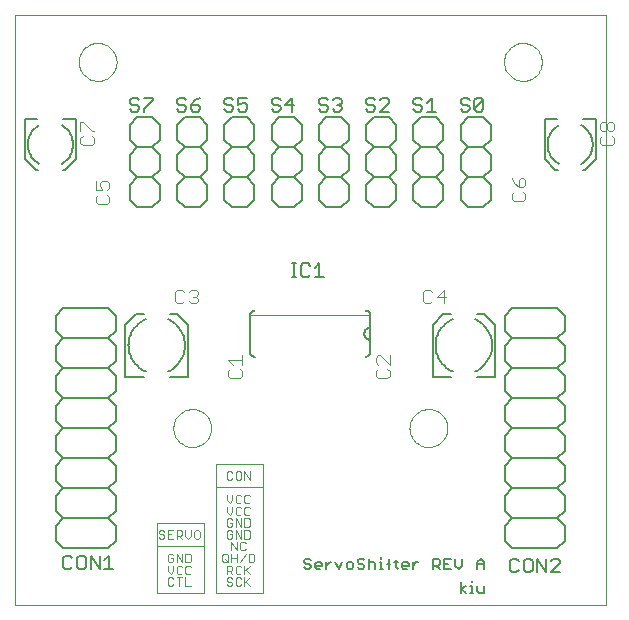
<source format=gto>
G75*
G70*
%OFA0B0*%
%FSLAX24Y24*%
%IPPOS*%
%LPD*%
%AMOC8*
5,1,8,0,0,1.08239X$1,22.5*
%
%ADD10C,0.0000*%
%ADD11C,0.0060*%
%ADD12C,0.0040*%
%ADD13C,0.0039*%
%ADD14C,0.0050*%
%ADD15C,0.0020*%
%ADD16C,0.0080*%
D10*
X000589Y000574D02*
X000589Y020259D01*
X020274Y020259D01*
X020274Y000574D01*
X000589Y000574D01*
X005865Y006479D02*
X005867Y006529D01*
X005873Y006579D01*
X005883Y006628D01*
X005897Y006676D01*
X005914Y006723D01*
X005935Y006768D01*
X005960Y006812D01*
X005988Y006853D01*
X006020Y006892D01*
X006054Y006929D01*
X006091Y006963D01*
X006131Y006993D01*
X006173Y007020D01*
X006217Y007044D01*
X006263Y007065D01*
X006310Y007081D01*
X006358Y007094D01*
X006408Y007103D01*
X006457Y007108D01*
X006508Y007109D01*
X006558Y007106D01*
X006607Y007099D01*
X006656Y007088D01*
X006704Y007073D01*
X006750Y007055D01*
X006795Y007033D01*
X006838Y007007D01*
X006879Y006978D01*
X006918Y006946D01*
X006954Y006911D01*
X006986Y006873D01*
X007016Y006833D01*
X007043Y006790D01*
X007066Y006746D01*
X007085Y006700D01*
X007101Y006652D01*
X007113Y006603D01*
X007121Y006554D01*
X007125Y006504D01*
X007125Y006454D01*
X007121Y006404D01*
X007113Y006355D01*
X007101Y006306D01*
X007085Y006258D01*
X007066Y006212D01*
X007043Y006168D01*
X007016Y006125D01*
X006986Y006085D01*
X006954Y006047D01*
X006918Y006012D01*
X006879Y005980D01*
X006838Y005951D01*
X006795Y005925D01*
X006750Y005903D01*
X006704Y005885D01*
X006656Y005870D01*
X006607Y005859D01*
X006558Y005852D01*
X006508Y005849D01*
X006457Y005850D01*
X006408Y005855D01*
X006358Y005864D01*
X006310Y005877D01*
X006263Y005893D01*
X006217Y005914D01*
X006173Y005938D01*
X006131Y005965D01*
X006091Y005995D01*
X006054Y006029D01*
X006020Y006066D01*
X005988Y006105D01*
X005960Y006146D01*
X005935Y006190D01*
X005914Y006235D01*
X005897Y006282D01*
X005883Y006330D01*
X005873Y006379D01*
X005867Y006429D01*
X005865Y006479D01*
X013739Y006479D02*
X013741Y006529D01*
X013747Y006579D01*
X013757Y006628D01*
X013771Y006676D01*
X013788Y006723D01*
X013809Y006768D01*
X013834Y006812D01*
X013862Y006853D01*
X013894Y006892D01*
X013928Y006929D01*
X013965Y006963D01*
X014005Y006993D01*
X014047Y007020D01*
X014091Y007044D01*
X014137Y007065D01*
X014184Y007081D01*
X014232Y007094D01*
X014282Y007103D01*
X014331Y007108D01*
X014382Y007109D01*
X014432Y007106D01*
X014481Y007099D01*
X014530Y007088D01*
X014578Y007073D01*
X014624Y007055D01*
X014669Y007033D01*
X014712Y007007D01*
X014753Y006978D01*
X014792Y006946D01*
X014828Y006911D01*
X014860Y006873D01*
X014890Y006833D01*
X014917Y006790D01*
X014940Y006746D01*
X014959Y006700D01*
X014975Y006652D01*
X014987Y006603D01*
X014995Y006554D01*
X014999Y006504D01*
X014999Y006454D01*
X014995Y006404D01*
X014987Y006355D01*
X014975Y006306D01*
X014959Y006258D01*
X014940Y006212D01*
X014917Y006168D01*
X014890Y006125D01*
X014860Y006085D01*
X014828Y006047D01*
X014792Y006012D01*
X014753Y005980D01*
X014712Y005951D01*
X014669Y005925D01*
X014624Y005903D01*
X014578Y005885D01*
X014530Y005870D01*
X014481Y005859D01*
X014432Y005852D01*
X014382Y005849D01*
X014331Y005850D01*
X014282Y005855D01*
X014232Y005864D01*
X014184Y005877D01*
X014137Y005893D01*
X014091Y005914D01*
X014047Y005938D01*
X014005Y005965D01*
X013965Y005995D01*
X013928Y006029D01*
X013894Y006066D01*
X013862Y006105D01*
X013834Y006146D01*
X013809Y006190D01*
X013788Y006235D01*
X013771Y006282D01*
X013757Y006330D01*
X013747Y006379D01*
X013741Y006429D01*
X013739Y006479D01*
X016889Y018684D02*
X016891Y018734D01*
X016897Y018784D01*
X016907Y018833D01*
X016921Y018881D01*
X016938Y018928D01*
X016959Y018973D01*
X016984Y019017D01*
X017012Y019058D01*
X017044Y019097D01*
X017078Y019134D01*
X017115Y019168D01*
X017155Y019198D01*
X017197Y019225D01*
X017241Y019249D01*
X017287Y019270D01*
X017334Y019286D01*
X017382Y019299D01*
X017432Y019308D01*
X017481Y019313D01*
X017532Y019314D01*
X017582Y019311D01*
X017631Y019304D01*
X017680Y019293D01*
X017728Y019278D01*
X017774Y019260D01*
X017819Y019238D01*
X017862Y019212D01*
X017903Y019183D01*
X017942Y019151D01*
X017978Y019116D01*
X018010Y019078D01*
X018040Y019038D01*
X018067Y018995D01*
X018090Y018951D01*
X018109Y018905D01*
X018125Y018857D01*
X018137Y018808D01*
X018145Y018759D01*
X018149Y018709D01*
X018149Y018659D01*
X018145Y018609D01*
X018137Y018560D01*
X018125Y018511D01*
X018109Y018463D01*
X018090Y018417D01*
X018067Y018373D01*
X018040Y018330D01*
X018010Y018290D01*
X017978Y018252D01*
X017942Y018217D01*
X017903Y018185D01*
X017862Y018156D01*
X017819Y018130D01*
X017774Y018108D01*
X017728Y018090D01*
X017680Y018075D01*
X017631Y018064D01*
X017582Y018057D01*
X017532Y018054D01*
X017481Y018055D01*
X017432Y018060D01*
X017382Y018069D01*
X017334Y018082D01*
X017287Y018098D01*
X017241Y018119D01*
X017197Y018143D01*
X017155Y018170D01*
X017115Y018200D01*
X017078Y018234D01*
X017044Y018271D01*
X017012Y018310D01*
X016984Y018351D01*
X016959Y018395D01*
X016938Y018440D01*
X016921Y018487D01*
X016907Y018535D01*
X016897Y018584D01*
X016891Y018634D01*
X016889Y018684D01*
X002715Y018684D02*
X002717Y018734D01*
X002723Y018784D01*
X002733Y018833D01*
X002747Y018881D01*
X002764Y018928D01*
X002785Y018973D01*
X002810Y019017D01*
X002838Y019058D01*
X002870Y019097D01*
X002904Y019134D01*
X002941Y019168D01*
X002981Y019198D01*
X003023Y019225D01*
X003067Y019249D01*
X003113Y019270D01*
X003160Y019286D01*
X003208Y019299D01*
X003258Y019308D01*
X003307Y019313D01*
X003358Y019314D01*
X003408Y019311D01*
X003457Y019304D01*
X003506Y019293D01*
X003554Y019278D01*
X003600Y019260D01*
X003645Y019238D01*
X003688Y019212D01*
X003729Y019183D01*
X003768Y019151D01*
X003804Y019116D01*
X003836Y019078D01*
X003866Y019038D01*
X003893Y018995D01*
X003916Y018951D01*
X003935Y018905D01*
X003951Y018857D01*
X003963Y018808D01*
X003971Y018759D01*
X003975Y018709D01*
X003975Y018659D01*
X003971Y018609D01*
X003963Y018560D01*
X003951Y018511D01*
X003935Y018463D01*
X003916Y018417D01*
X003893Y018373D01*
X003866Y018330D01*
X003836Y018290D01*
X003804Y018252D01*
X003768Y018217D01*
X003729Y018185D01*
X003688Y018156D01*
X003645Y018130D01*
X003600Y018108D01*
X003554Y018090D01*
X003506Y018075D01*
X003457Y018064D01*
X003408Y018057D01*
X003358Y018054D01*
X003307Y018055D01*
X003258Y018060D01*
X003208Y018069D01*
X003160Y018082D01*
X003113Y018098D01*
X003067Y018119D01*
X003023Y018143D01*
X002981Y018170D01*
X002941Y018200D01*
X002904Y018234D01*
X002870Y018271D01*
X002838Y018310D01*
X002810Y018351D01*
X002785Y018395D01*
X002764Y018440D01*
X002747Y018487D01*
X002733Y018535D01*
X002723Y018584D01*
X002717Y018634D01*
X002715Y018684D01*
D11*
X004670Y016837D02*
X004420Y016587D01*
X004420Y016087D01*
X004670Y015837D01*
X004420Y015587D01*
X004420Y015087D01*
X004670Y014837D01*
X004420Y014587D01*
X004420Y014087D01*
X004670Y013837D01*
X005170Y013837D01*
X005420Y014087D01*
X005420Y014587D01*
X005170Y014837D01*
X004670Y014837D01*
X005170Y014837D02*
X005420Y015087D01*
X005420Y015587D01*
X005170Y015837D01*
X004670Y015837D01*
X005170Y015837D02*
X005420Y016087D01*
X005420Y016587D01*
X005170Y016837D01*
X004670Y016837D01*
X005995Y016587D02*
X005995Y016087D01*
X006245Y015837D01*
X005995Y015587D01*
X005995Y015087D01*
X006245Y014837D01*
X005995Y014587D01*
X005995Y014087D01*
X006245Y013837D01*
X006745Y013837D01*
X006995Y014087D01*
X006995Y014587D01*
X006745Y014837D01*
X006245Y014837D01*
X006745Y014837D02*
X006995Y015087D01*
X006995Y015587D01*
X006745Y015837D01*
X006245Y015837D01*
X006745Y015837D02*
X006995Y016087D01*
X006995Y016587D01*
X006745Y016837D01*
X006245Y016837D01*
X005995Y016587D01*
X007570Y016587D02*
X007570Y016087D01*
X007820Y015837D01*
X007570Y015587D01*
X007570Y015087D01*
X007820Y014837D01*
X007570Y014587D01*
X007570Y014087D01*
X007820Y013837D01*
X008320Y013837D01*
X008570Y014087D01*
X008570Y014587D01*
X008320Y014837D01*
X007820Y014837D01*
X008320Y014837D02*
X008570Y015087D01*
X008570Y015587D01*
X008320Y015837D01*
X007820Y015837D01*
X008320Y015837D02*
X008570Y016087D01*
X008570Y016587D01*
X008320Y016837D01*
X007820Y016837D01*
X007570Y016587D01*
X009144Y016587D02*
X009144Y016087D01*
X009394Y015837D01*
X009144Y015587D01*
X009144Y015087D01*
X009394Y014837D01*
X009144Y014587D01*
X009144Y014087D01*
X009394Y013837D01*
X009894Y013837D01*
X010144Y014087D01*
X010144Y014587D01*
X009894Y014837D01*
X009394Y014837D01*
X009894Y014837D02*
X010144Y015087D01*
X010144Y015587D01*
X009894Y015837D01*
X009394Y015837D01*
X009894Y015837D02*
X010144Y016087D01*
X010144Y016587D01*
X009894Y016837D01*
X009394Y016837D01*
X009144Y016587D01*
X010719Y016587D02*
X010719Y016087D01*
X010969Y015837D01*
X010719Y015587D01*
X010719Y015087D01*
X010969Y014837D01*
X010719Y014587D01*
X010719Y014087D01*
X010969Y013837D01*
X011469Y013837D01*
X011719Y014087D01*
X011719Y014587D01*
X011469Y014837D01*
X010969Y014837D01*
X011469Y014837D02*
X011719Y015087D01*
X011719Y015587D01*
X011469Y015837D01*
X010969Y015837D01*
X011469Y015837D02*
X011719Y016087D01*
X011719Y016587D01*
X011469Y016837D01*
X010969Y016837D01*
X010719Y016587D01*
X012294Y016587D02*
X012294Y016087D01*
X012544Y015837D01*
X012294Y015587D01*
X012294Y015087D01*
X012544Y014837D01*
X012294Y014587D01*
X012294Y014087D01*
X012544Y013837D01*
X013044Y013837D01*
X013294Y014087D01*
X013294Y014587D01*
X013044Y014837D01*
X012544Y014837D01*
X013044Y014837D02*
X013294Y015087D01*
X013294Y015587D01*
X013044Y015837D01*
X012544Y015837D01*
X013044Y015837D02*
X013294Y016087D01*
X013294Y016587D01*
X013044Y016837D01*
X012544Y016837D01*
X012294Y016587D01*
X013869Y016587D02*
X013869Y016087D01*
X014119Y015837D01*
X013869Y015587D01*
X013869Y015087D01*
X014119Y014837D01*
X013869Y014587D01*
X013869Y014087D01*
X014119Y013837D01*
X014619Y013837D01*
X014869Y014087D01*
X014869Y014587D01*
X014619Y014837D01*
X014119Y014837D01*
X014619Y014837D02*
X014869Y015087D01*
X014869Y015587D01*
X014619Y015837D01*
X014119Y015837D01*
X014619Y015837D02*
X014869Y016087D01*
X014869Y016587D01*
X014619Y016837D01*
X014119Y016837D01*
X013869Y016587D01*
X015444Y016587D02*
X015444Y016087D01*
X015694Y015837D01*
X015444Y015587D01*
X015444Y015087D01*
X015694Y014837D01*
X015444Y014587D01*
X015444Y014087D01*
X015694Y013837D01*
X016194Y013837D01*
X016444Y014087D01*
X016444Y014587D01*
X016194Y014837D01*
X015694Y014837D01*
X016194Y014837D02*
X016444Y015087D01*
X016444Y015587D01*
X016194Y015837D01*
X015694Y015837D01*
X016194Y015837D02*
X016444Y016087D01*
X016444Y016587D01*
X016194Y016837D01*
X015694Y016837D01*
X015444Y016587D01*
X017162Y010479D02*
X018662Y010479D01*
X018912Y010229D01*
X018912Y009729D01*
X018662Y009479D01*
X017162Y009479D01*
X016912Y009229D01*
X016912Y008729D01*
X017162Y008479D01*
X018662Y008479D01*
X018912Y008229D01*
X018912Y007729D01*
X018662Y007479D01*
X017162Y007479D01*
X016912Y007229D01*
X016912Y006729D01*
X017162Y006479D01*
X018662Y006479D01*
X018912Y006229D01*
X018912Y005729D01*
X018662Y005479D01*
X017162Y005479D01*
X016912Y005229D01*
X016912Y004729D01*
X017162Y004479D01*
X018662Y004479D01*
X018912Y004229D01*
X018912Y003729D01*
X018662Y003479D01*
X018912Y003229D01*
X018912Y002729D01*
X018662Y002479D01*
X017162Y002479D01*
X016912Y002729D01*
X016912Y003229D01*
X017162Y003479D01*
X018662Y003479D01*
X018662Y004479D02*
X018912Y004729D01*
X018912Y005229D01*
X018662Y005479D01*
X018662Y006479D02*
X018912Y006729D01*
X018912Y007229D01*
X018662Y007479D01*
X018662Y008479D02*
X018912Y008729D01*
X018912Y009229D01*
X018662Y009479D01*
X017162Y009479D02*
X016912Y009729D01*
X016912Y010229D01*
X017162Y010479D01*
X017162Y008479D02*
X016912Y008229D01*
X016912Y007729D01*
X017162Y007479D01*
X017162Y006479D02*
X016912Y006229D01*
X016912Y005729D01*
X017162Y005479D01*
X017162Y004479D02*
X016912Y004229D01*
X016912Y003729D01*
X017162Y003479D01*
X016113Y002125D02*
X016226Y002012D01*
X016226Y001785D01*
X016226Y001955D02*
X015999Y001955D01*
X015999Y002012D02*
X016113Y002125D01*
X015999Y002012D02*
X015999Y001785D01*
X015810Y001394D02*
X015810Y001338D01*
X015810Y001224D02*
X015810Y000997D01*
X015754Y000997D02*
X015867Y000997D01*
X015999Y001054D02*
X016056Y000997D01*
X016226Y000997D01*
X016226Y001224D01*
X015999Y001224D02*
X015999Y001054D01*
X015810Y001224D02*
X015754Y001224D01*
X015617Y001224D02*
X015447Y001111D01*
X015617Y000997D01*
X015447Y000997D02*
X015447Y001338D01*
X015376Y001785D02*
X015489Y001898D01*
X015489Y002125D01*
X015262Y002125D02*
X015262Y001898D01*
X015376Y001785D01*
X015121Y001785D02*
X014894Y001785D01*
X014894Y002125D01*
X015121Y002125D01*
X015008Y001955D02*
X014894Y001955D01*
X014753Y001955D02*
X014696Y001898D01*
X014526Y001898D01*
X014526Y001785D02*
X014526Y002125D01*
X014696Y002125D01*
X014753Y002068D01*
X014753Y001955D01*
X014639Y001898D02*
X014753Y001785D01*
X014021Y002012D02*
X013964Y002012D01*
X013851Y001898D01*
X013851Y001785D02*
X013851Y002012D01*
X013709Y001955D02*
X013709Y001898D01*
X013482Y001898D01*
X013482Y001842D02*
X013482Y001955D01*
X013539Y002012D01*
X013652Y002012D01*
X013709Y001955D01*
X013652Y001785D02*
X013539Y001785D01*
X013482Y001842D01*
X013350Y001785D02*
X013293Y001842D01*
X013293Y002068D01*
X013237Y002012D02*
X013350Y002012D01*
X013105Y001955D02*
X012991Y001955D01*
X013048Y002068D02*
X013105Y002125D01*
X013048Y002068D02*
X013048Y001785D01*
X012859Y001785D02*
X012746Y001785D01*
X012802Y001785D02*
X012802Y002012D01*
X012746Y002012D01*
X012802Y002125D02*
X012802Y002182D01*
X012604Y001955D02*
X012604Y001785D01*
X012604Y001955D02*
X012547Y002012D01*
X012434Y002012D01*
X012377Y001955D01*
X012236Y001898D02*
X012236Y001842D01*
X012179Y001785D01*
X012066Y001785D01*
X012009Y001842D01*
X012066Y001955D02*
X012179Y001955D01*
X012236Y001898D01*
X012236Y002068D02*
X012179Y002125D01*
X012066Y002125D01*
X012009Y002068D01*
X012009Y002012D01*
X012066Y001955D01*
X011868Y001955D02*
X011868Y001842D01*
X011811Y001785D01*
X011697Y001785D01*
X011641Y001842D01*
X011641Y001955D01*
X011697Y002012D01*
X011811Y002012D01*
X011868Y001955D01*
X011499Y002012D02*
X011386Y001785D01*
X011272Y002012D01*
X011136Y002012D02*
X011079Y002012D01*
X010965Y001898D01*
X010965Y001785D02*
X010965Y002012D01*
X010824Y001955D02*
X010824Y001898D01*
X010597Y001898D01*
X010597Y001842D02*
X010597Y001955D01*
X010654Y002012D01*
X010767Y002012D01*
X010824Y001955D01*
X010767Y001785D02*
X010654Y001785D01*
X010597Y001842D01*
X010456Y001842D02*
X010399Y001785D01*
X010286Y001785D01*
X010229Y001842D01*
X010286Y001955D02*
X010399Y001955D01*
X010456Y001898D01*
X010456Y001842D01*
X010286Y001955D02*
X010229Y002012D01*
X010229Y002068D01*
X010286Y002125D01*
X010399Y002125D01*
X010456Y002068D01*
X012377Y002125D02*
X012377Y001785D01*
X012432Y009009D02*
X012432Y009429D01*
X012432Y009829D01*
X012432Y010249D01*
X012430Y010272D01*
X012425Y010295D01*
X012416Y010317D01*
X012403Y010337D01*
X012388Y010355D01*
X012370Y010370D01*
X012350Y010383D01*
X012328Y010392D01*
X012305Y010397D01*
X012282Y010399D01*
X012432Y009829D02*
X012405Y009827D01*
X012378Y009822D01*
X012352Y009812D01*
X012328Y009800D01*
X012306Y009784D01*
X012286Y009766D01*
X012269Y009744D01*
X012254Y009721D01*
X012244Y009696D01*
X012236Y009670D01*
X012232Y009643D01*
X012232Y009615D01*
X012236Y009588D01*
X012244Y009562D01*
X012254Y009537D01*
X012269Y009514D01*
X012286Y009492D01*
X012306Y009474D01*
X012328Y009458D01*
X012352Y009446D01*
X012378Y009436D01*
X012405Y009431D01*
X012432Y009429D01*
X012432Y009009D02*
X012430Y008986D01*
X012425Y008963D01*
X012416Y008941D01*
X012403Y008921D01*
X012388Y008903D01*
X012370Y008888D01*
X012350Y008875D01*
X012328Y008866D01*
X012305Y008861D01*
X012282Y008859D01*
X008582Y008859D02*
X008559Y008861D01*
X008536Y008866D01*
X008514Y008875D01*
X008494Y008888D01*
X008476Y008903D01*
X008461Y008921D01*
X008448Y008941D01*
X008439Y008963D01*
X008434Y008986D01*
X008432Y009009D01*
X008432Y010249D01*
X008434Y010272D01*
X008439Y010295D01*
X008448Y010317D01*
X008461Y010337D01*
X008476Y010355D01*
X008494Y010370D01*
X008514Y010383D01*
X008536Y010392D01*
X008559Y010397D01*
X008582Y010399D01*
X003952Y010229D02*
X003952Y009729D01*
X003702Y009479D01*
X002202Y009479D01*
X001952Y009729D01*
X001952Y010229D01*
X002202Y010479D01*
X003702Y010479D01*
X003952Y010229D01*
X003702Y009479D02*
X003952Y009229D01*
X003952Y008729D01*
X003702Y008479D01*
X002202Y008479D01*
X001952Y008729D01*
X001952Y009229D01*
X002202Y009479D01*
X002202Y008479D02*
X001952Y008229D01*
X001952Y007729D01*
X002202Y007479D01*
X003702Y007479D01*
X003952Y007729D01*
X003952Y008229D01*
X003702Y008479D01*
X003702Y007479D02*
X003952Y007229D01*
X003952Y006729D01*
X003702Y006479D01*
X002202Y006479D01*
X001952Y006729D01*
X001952Y007229D01*
X002202Y007479D01*
X002202Y006479D02*
X001952Y006229D01*
X001952Y005729D01*
X002202Y005479D01*
X003702Y005479D01*
X003952Y005729D01*
X003952Y006229D01*
X003702Y006479D01*
X003702Y005479D02*
X003952Y005229D01*
X003952Y004729D01*
X003702Y004479D01*
X002202Y004479D01*
X001952Y004729D01*
X001952Y005229D01*
X002202Y005479D01*
X002202Y004479D02*
X001952Y004229D01*
X001952Y003729D01*
X002202Y003479D01*
X003702Y003479D01*
X003952Y003729D01*
X003952Y004229D01*
X003702Y004479D01*
X003702Y003479D02*
X003952Y003229D01*
X003952Y002729D01*
X003702Y002479D01*
X002202Y002479D01*
X001952Y002729D01*
X001952Y003229D01*
X002202Y003479D01*
D12*
X005385Y003029D02*
X005385Y002983D01*
X005431Y002936D01*
X005525Y002936D01*
X005571Y002889D01*
X005571Y002843D01*
X005525Y002796D01*
X005431Y002796D01*
X005385Y002843D01*
X005385Y003029D02*
X005431Y003076D01*
X005525Y003076D01*
X005571Y003029D01*
X005679Y003076D02*
X005679Y002796D01*
X005866Y002796D01*
X005974Y002796D02*
X005974Y003076D01*
X006114Y003076D01*
X006161Y003029D01*
X006161Y002936D01*
X006114Y002889D01*
X005974Y002889D01*
X006067Y002889D02*
X006161Y002796D01*
X006269Y002889D02*
X006269Y003076D01*
X006455Y003076D02*
X006455Y002889D01*
X006362Y002796D01*
X006269Y002889D01*
X006563Y002843D02*
X006563Y003029D01*
X006610Y003076D01*
X006703Y003076D01*
X006750Y003029D01*
X006750Y002843D01*
X006703Y002796D01*
X006610Y002796D01*
X006563Y002843D01*
X006409Y002289D02*
X006269Y002289D01*
X006269Y002009D01*
X006409Y002009D01*
X006455Y002055D01*
X006455Y002242D01*
X006409Y002289D01*
X006161Y002289D02*
X006161Y002009D01*
X005974Y002289D01*
X005974Y002009D01*
X005866Y002055D02*
X005866Y002149D01*
X005773Y002149D01*
X005866Y002242D02*
X005819Y002289D01*
X005726Y002289D01*
X005679Y002242D01*
X005679Y002055D01*
X005726Y002009D01*
X005819Y002009D01*
X005866Y002055D01*
X005866Y001895D02*
X005866Y001708D01*
X005773Y001615D01*
X005679Y001708D01*
X005679Y001895D01*
X005974Y001848D02*
X005974Y001662D01*
X006021Y001615D01*
X006114Y001615D01*
X006161Y001662D01*
X006269Y001662D02*
X006269Y001848D01*
X006315Y001895D01*
X006409Y001895D01*
X006455Y001848D01*
X006455Y001662D02*
X006409Y001615D01*
X006315Y001615D01*
X006269Y001662D01*
X006269Y001501D02*
X006269Y001221D01*
X006455Y001221D01*
X006067Y001221D02*
X006067Y001501D01*
X005974Y001501D02*
X006161Y001501D01*
X005866Y001455D02*
X005819Y001501D01*
X005726Y001501D01*
X005679Y001455D01*
X005679Y001268D01*
X005726Y001221D01*
X005819Y001221D01*
X005866Y001268D01*
X005974Y001848D02*
X006021Y001895D01*
X006114Y001895D01*
X006161Y001848D01*
X005773Y002936D02*
X005679Y002936D01*
X005679Y003076D02*
X005866Y003076D01*
X007500Y002242D02*
X007500Y002055D01*
X007547Y002009D01*
X007641Y002009D01*
X007687Y002055D01*
X007687Y002242D01*
X007641Y002289D01*
X007547Y002289D01*
X007500Y002242D01*
X007594Y002102D02*
X007687Y002009D01*
X007795Y002009D02*
X007795Y002289D01*
X007795Y002402D02*
X007795Y002682D01*
X007982Y002402D01*
X007982Y002682D01*
X008090Y002636D02*
X008090Y002449D01*
X008136Y002402D01*
X008230Y002402D01*
X008277Y002449D01*
X008277Y002289D02*
X008090Y002009D01*
X007982Y002009D02*
X007982Y002289D01*
X007982Y002149D02*
X007795Y002149D01*
X007788Y001895D02*
X007648Y001895D01*
X007648Y001615D01*
X007648Y001708D02*
X007788Y001708D01*
X007835Y001755D01*
X007835Y001848D01*
X007788Y001895D01*
X007942Y001848D02*
X007942Y001662D01*
X007989Y001615D01*
X008082Y001615D01*
X008129Y001662D01*
X008237Y001708D02*
X008424Y001895D01*
X008384Y002009D02*
X008524Y002009D01*
X008571Y002055D01*
X008571Y002242D01*
X008524Y002289D01*
X008384Y002289D01*
X008384Y002009D01*
X008237Y001895D02*
X008237Y001615D01*
X008237Y001501D02*
X008237Y001221D01*
X008237Y001315D02*
X008424Y001501D01*
X008424Y001615D02*
X008284Y001755D01*
X008129Y001848D02*
X008082Y001895D01*
X007989Y001895D01*
X007942Y001848D01*
X007741Y001708D02*
X007835Y001615D01*
X007788Y001501D02*
X007694Y001501D01*
X007648Y001455D01*
X007648Y001408D01*
X007694Y001361D01*
X007788Y001361D01*
X007835Y001315D01*
X007835Y001268D01*
X007788Y001221D01*
X007694Y001221D01*
X007648Y001268D01*
X007835Y001455D02*
X007788Y001501D01*
X007942Y001455D02*
X007942Y001268D01*
X007989Y001221D01*
X008082Y001221D01*
X008129Y001268D01*
X008284Y001361D02*
X008424Y001221D01*
X008129Y001455D02*
X008082Y001501D01*
X007989Y001501D01*
X007942Y001455D01*
X008090Y002636D02*
X008136Y002682D01*
X008230Y002682D01*
X008277Y002636D01*
X008237Y002796D02*
X008377Y002796D01*
X008424Y002843D01*
X008424Y003029D01*
X008377Y003076D01*
X008237Y003076D01*
X008237Y002796D01*
X008129Y002796D02*
X008129Y003076D01*
X008129Y003190D02*
X008129Y003470D01*
X008237Y003470D02*
X008237Y003190D01*
X008377Y003190D01*
X008424Y003236D01*
X008424Y003423D01*
X008377Y003470D01*
X008237Y003470D01*
X008284Y003583D02*
X008377Y003583D01*
X008424Y003630D01*
X008284Y003583D02*
X008237Y003630D01*
X008237Y003817D01*
X008284Y003864D01*
X008377Y003864D01*
X008424Y003817D01*
X008377Y003977D02*
X008284Y003977D01*
X008237Y004024D01*
X008237Y004211D01*
X008284Y004257D01*
X008377Y004257D01*
X008424Y004211D01*
X008424Y004024D02*
X008377Y003977D01*
X008129Y004024D02*
X008082Y003977D01*
X007989Y003977D01*
X007942Y004024D01*
X007942Y004211D01*
X007989Y004257D01*
X008082Y004257D01*
X008129Y004211D01*
X007835Y004257D02*
X007835Y004070D01*
X007741Y003977D01*
X007648Y004070D01*
X007648Y004257D01*
X007648Y003864D02*
X007648Y003677D01*
X007741Y003583D01*
X007835Y003677D01*
X007835Y003864D01*
X007942Y003817D02*
X007942Y003630D01*
X007989Y003583D01*
X008082Y003583D01*
X008129Y003630D01*
X008129Y003817D02*
X008082Y003864D01*
X007989Y003864D01*
X007942Y003817D01*
X007942Y003470D02*
X008129Y003190D01*
X007942Y003190D02*
X007942Y003470D01*
X007835Y003423D02*
X007788Y003470D01*
X007694Y003470D01*
X007648Y003423D01*
X007648Y003236D01*
X007694Y003190D01*
X007788Y003190D01*
X007835Y003236D01*
X007835Y003330D01*
X007741Y003330D01*
X007694Y003076D02*
X007648Y003029D01*
X007648Y002843D01*
X007694Y002796D01*
X007788Y002796D01*
X007835Y002843D01*
X007835Y002936D01*
X007741Y002936D01*
X007835Y003029D02*
X007788Y003076D01*
X007694Y003076D01*
X007942Y003076D02*
X008129Y002796D01*
X007942Y002796D02*
X007942Y003076D01*
X007989Y004764D02*
X008082Y004764D01*
X008129Y004811D01*
X008129Y004998D01*
X008082Y005045D01*
X007989Y005045D01*
X007942Y004998D01*
X007942Y004811D01*
X007989Y004764D01*
X007835Y004811D02*
X007788Y004764D01*
X007694Y004764D01*
X007648Y004811D01*
X007648Y004998D01*
X007694Y005045D01*
X007788Y005045D01*
X007835Y004998D01*
X008237Y005045D02*
X008237Y004764D01*
X008424Y004764D02*
X008424Y005045D01*
X008237Y005045D02*
X008424Y004764D01*
X008079Y008137D02*
X007772Y008137D01*
X007696Y008214D01*
X007696Y008368D01*
X007772Y008444D01*
X007849Y008598D02*
X007696Y008751D01*
X008156Y008751D01*
X008156Y008598D02*
X008156Y008905D01*
X008079Y008444D02*
X008156Y008368D01*
X008156Y008214D01*
X008079Y008137D01*
X006615Y010633D02*
X006461Y010633D01*
X006385Y010710D01*
X006231Y010710D02*
X006155Y010633D01*
X006001Y010633D01*
X005924Y010710D01*
X005924Y011017D01*
X006001Y011093D01*
X006155Y011093D01*
X006231Y011017D01*
X006385Y011017D02*
X006461Y011093D01*
X006615Y011093D01*
X006692Y011017D01*
X006692Y010940D01*
X006615Y010863D01*
X006692Y010787D01*
X006692Y010710D01*
X006615Y010633D01*
X006615Y010863D02*
X006538Y010863D01*
X003658Y013952D02*
X003735Y014029D01*
X003735Y014183D01*
X003658Y014259D01*
X003658Y014413D02*
X003735Y014490D01*
X003735Y014643D01*
X003658Y014720D01*
X003505Y014720D01*
X003428Y014643D01*
X003428Y014566D01*
X003505Y014413D01*
X003274Y014413D01*
X003274Y014720D01*
X003351Y014259D02*
X003274Y014183D01*
X003274Y014029D01*
X003351Y013952D01*
X003658Y013952D01*
X003150Y015909D02*
X002843Y015909D01*
X002766Y015986D01*
X002766Y016139D01*
X002843Y016216D01*
X002766Y016370D02*
X002766Y016676D01*
X002843Y016676D01*
X003150Y016370D01*
X003227Y016370D01*
X003150Y016216D02*
X003227Y016139D01*
X003227Y015986D01*
X003150Y015909D01*
X012617Y008828D02*
X012617Y008675D01*
X012694Y008598D01*
X012694Y008444D02*
X012617Y008368D01*
X012617Y008214D01*
X012694Y008137D01*
X013001Y008137D01*
X013077Y008214D01*
X013077Y008368D01*
X013001Y008444D01*
X013077Y008598D02*
X012770Y008905D01*
X012694Y008905D01*
X012617Y008828D01*
X013077Y008905D02*
X013077Y008598D01*
X014269Y010633D02*
X014422Y010633D01*
X014499Y010710D01*
X014652Y010863D02*
X014959Y010863D01*
X014883Y010633D02*
X014883Y011093D01*
X014652Y010863D01*
X014499Y011017D02*
X014422Y011093D01*
X014269Y011093D01*
X014192Y011017D01*
X014192Y010710D01*
X014269Y010633D01*
X017221Y014043D02*
X017528Y014043D01*
X017605Y014120D01*
X017605Y014273D01*
X017528Y014350D01*
X017528Y014503D02*
X017375Y014503D01*
X017375Y014734D01*
X017451Y014810D01*
X017528Y014810D01*
X017605Y014734D01*
X017605Y014580D01*
X017528Y014503D01*
X017375Y014503D02*
X017221Y014657D01*
X017144Y014810D01*
X017221Y014350D02*
X017144Y014273D01*
X017144Y014120D01*
X017221Y014043D01*
X020089Y015986D02*
X020166Y015909D01*
X020473Y015909D01*
X020550Y015986D01*
X020550Y016139D01*
X020473Y016216D01*
X020473Y016370D02*
X020396Y016370D01*
X020319Y016446D01*
X020319Y016600D01*
X020396Y016676D01*
X020473Y016676D01*
X020550Y016600D01*
X020550Y016446D01*
X020473Y016370D01*
X020319Y016446D02*
X020243Y016370D01*
X020166Y016370D01*
X020089Y016446D01*
X020089Y016600D01*
X020166Y016676D01*
X020243Y016676D01*
X020319Y016600D01*
X020166Y016216D02*
X020089Y016139D01*
X020089Y015986D01*
D13*
X008857Y005298D02*
X007282Y005298D01*
X007282Y004511D01*
X007282Y000967D01*
X008857Y000967D01*
X008857Y004511D01*
X008857Y005298D01*
X008857Y004511D02*
X007282Y004511D01*
X006889Y003330D02*
X005314Y003330D01*
X005314Y002542D01*
X005314Y000967D01*
X006889Y000967D01*
X006889Y002542D01*
X006889Y003330D01*
X006889Y002542D02*
X005314Y002542D01*
D14*
X003871Y001780D02*
X003570Y001780D01*
X003720Y001780D02*
X003720Y002230D01*
X003570Y002080D01*
X003410Y002230D02*
X003410Y001780D01*
X003110Y002230D01*
X003110Y001780D01*
X002950Y001855D02*
X002950Y002155D01*
X002875Y002230D01*
X002725Y002230D01*
X002650Y002155D01*
X002650Y001855D01*
X002725Y001780D01*
X002875Y001780D01*
X002950Y001855D01*
X002489Y001855D02*
X002414Y001780D01*
X002264Y001780D01*
X002189Y001855D01*
X002189Y002155D01*
X002264Y002230D01*
X002414Y002230D01*
X002489Y002155D01*
X009820Y011516D02*
X009970Y011516D01*
X009895Y011516D02*
X009895Y011966D01*
X009820Y011966D02*
X009970Y011966D01*
X010127Y011891D02*
X010127Y011591D01*
X010202Y011516D01*
X010352Y011516D01*
X010427Y011591D01*
X010587Y011516D02*
X010887Y011516D01*
X010737Y011516D02*
X010737Y011966D01*
X010587Y011816D01*
X010427Y011891D02*
X010352Y011966D01*
X010202Y011966D01*
X010127Y011891D01*
X009828Y017028D02*
X009828Y017478D01*
X009603Y017253D01*
X009903Y017253D01*
X009443Y017178D02*
X009443Y017103D01*
X009368Y017028D01*
X009217Y017028D01*
X009142Y017103D01*
X009217Y017253D02*
X009142Y017328D01*
X009142Y017403D01*
X009217Y017478D01*
X009368Y017478D01*
X009443Y017403D01*
X009368Y017253D02*
X009443Y017178D01*
X009368Y017253D02*
X009217Y017253D01*
X008328Y017253D02*
X008328Y017103D01*
X008253Y017028D01*
X008103Y017028D01*
X008028Y017103D01*
X008028Y017253D02*
X008178Y017328D01*
X008253Y017328D01*
X008328Y017253D01*
X008328Y017478D02*
X008028Y017478D01*
X008028Y017253D01*
X007868Y017178D02*
X007868Y017103D01*
X007793Y017028D01*
X007643Y017028D01*
X007568Y017103D01*
X007643Y017253D02*
X007793Y017253D01*
X007868Y017178D01*
X007868Y017403D02*
X007793Y017478D01*
X007643Y017478D01*
X007568Y017403D01*
X007568Y017328D01*
X007643Y017253D01*
X006753Y017178D02*
X006678Y017253D01*
X006453Y017253D01*
X006453Y017103D01*
X006528Y017028D01*
X006678Y017028D01*
X006753Y017103D01*
X006753Y017178D01*
X006603Y017403D02*
X006453Y017253D01*
X006293Y017178D02*
X006293Y017103D01*
X006218Y017028D01*
X006068Y017028D01*
X005993Y017103D01*
X006068Y017253D02*
X005993Y017328D01*
X005993Y017403D01*
X006068Y017478D01*
X006218Y017478D01*
X006293Y017403D01*
X006218Y017253D02*
X006293Y017178D01*
X006218Y017253D02*
X006068Y017253D01*
X006603Y017403D02*
X006753Y017478D01*
X005179Y017478D02*
X005179Y017403D01*
X004878Y017103D01*
X004878Y017028D01*
X004718Y017103D02*
X004643Y017028D01*
X004493Y017028D01*
X004418Y017103D01*
X004493Y017253D02*
X004643Y017253D01*
X004718Y017178D01*
X004718Y017103D01*
X004493Y017253D02*
X004418Y017328D01*
X004418Y017403D01*
X004493Y017478D01*
X004643Y017478D01*
X004718Y017403D01*
X004878Y017478D02*
X005179Y017478D01*
X010717Y017403D02*
X010717Y017328D01*
X010792Y017253D01*
X010942Y017253D01*
X011017Y017178D01*
X011017Y017103D01*
X010942Y017028D01*
X010792Y017028D01*
X010717Y017103D01*
X010717Y017403D02*
X010792Y017478D01*
X010942Y017478D01*
X011017Y017403D01*
X011178Y017403D02*
X011253Y017478D01*
X011403Y017478D01*
X011478Y017403D01*
X011478Y017328D01*
X011403Y017253D01*
X011478Y017178D01*
X011478Y017103D01*
X011403Y017028D01*
X011253Y017028D01*
X011178Y017103D01*
X011328Y017253D02*
X011403Y017253D01*
X012292Y017328D02*
X012367Y017253D01*
X012517Y017253D01*
X012592Y017178D01*
X012592Y017103D01*
X012517Y017028D01*
X012367Y017028D01*
X012292Y017103D01*
X012292Y017328D02*
X012292Y017403D01*
X012367Y017478D01*
X012517Y017478D01*
X012592Y017403D01*
X012752Y017403D02*
X012827Y017478D01*
X012978Y017478D01*
X013053Y017403D01*
X013053Y017328D01*
X012752Y017028D01*
X013053Y017028D01*
X013867Y017103D02*
X013942Y017028D01*
X014092Y017028D01*
X014167Y017103D01*
X014167Y017178D01*
X014092Y017253D01*
X013942Y017253D01*
X013867Y017328D01*
X013867Y017403D01*
X013942Y017478D01*
X014092Y017478D01*
X014167Y017403D01*
X014327Y017328D02*
X014477Y017478D01*
X014477Y017028D01*
X014327Y017028D02*
X014627Y017028D01*
X015442Y017103D02*
X015517Y017028D01*
X015667Y017028D01*
X015742Y017103D01*
X015742Y017178D01*
X015667Y017253D01*
X015517Y017253D01*
X015442Y017328D01*
X015442Y017403D01*
X015517Y017478D01*
X015667Y017478D01*
X015742Y017403D01*
X015902Y017403D02*
X015902Y017103D01*
X016202Y017403D01*
X016202Y017103D01*
X016127Y017028D01*
X015977Y017028D01*
X015902Y017103D01*
X015902Y017403D02*
X015977Y017478D01*
X016127Y017478D01*
X016202Y017403D01*
X017155Y002124D02*
X017080Y002049D01*
X017080Y001749D01*
X017155Y001674D01*
X017305Y001674D01*
X017380Y001749D01*
X017540Y001749D02*
X017540Y002049D01*
X017615Y002124D01*
X017765Y002124D01*
X017841Y002049D01*
X017841Y001749D01*
X017765Y001674D01*
X017615Y001674D01*
X017540Y001749D01*
X017380Y002049D02*
X017305Y002124D01*
X017155Y002124D01*
X018001Y002124D02*
X018001Y001674D01*
X018301Y001674D02*
X018301Y002124D01*
X018461Y002049D02*
X018536Y002124D01*
X018686Y002124D01*
X018761Y002049D01*
X018761Y001974D01*
X018461Y001674D01*
X018761Y001674D01*
X018301Y001674D02*
X018001Y002124D01*
D15*
X012432Y010259D02*
X008432Y010259D01*
D16*
X006357Y009924D02*
X006357Y008192D01*
X005747Y008192D01*
X004881Y008192D02*
X004270Y008192D01*
X004270Y009924D01*
X004625Y010278D01*
X004881Y010278D01*
X005747Y010278D02*
X006003Y010278D01*
X006357Y009924D01*
X004940Y010101D02*
X004885Y010075D01*
X004832Y010045D01*
X004780Y010012D01*
X004731Y009976D01*
X004685Y009937D01*
X004641Y009895D01*
X004599Y009850D01*
X004561Y009803D01*
X004526Y009753D01*
X004494Y009701D01*
X004466Y009647D01*
X004441Y009592D01*
X004420Y009534D01*
X004402Y009476D01*
X004389Y009417D01*
X004379Y009357D01*
X004373Y009296D01*
X004371Y009235D01*
X004373Y009174D01*
X004379Y009113D01*
X004389Y009053D01*
X004402Y008994D01*
X004420Y008936D01*
X004441Y008878D01*
X004466Y008823D01*
X004494Y008769D01*
X004526Y008717D01*
X004561Y008667D01*
X004599Y008620D01*
X004641Y008575D01*
X004685Y008533D01*
X004731Y008494D01*
X004780Y008458D01*
X004832Y008425D01*
X004885Y008395D01*
X004940Y008369D01*
X005688Y008369D02*
X005743Y008395D01*
X005796Y008425D01*
X005848Y008458D01*
X005897Y008494D01*
X005943Y008533D01*
X005987Y008575D01*
X006029Y008620D01*
X006067Y008667D01*
X006102Y008717D01*
X006134Y008769D01*
X006162Y008823D01*
X006187Y008878D01*
X006208Y008936D01*
X006226Y008994D01*
X006239Y009053D01*
X006249Y009113D01*
X006255Y009174D01*
X006257Y009235D01*
X006255Y009296D01*
X006249Y009357D01*
X006239Y009417D01*
X006226Y009476D01*
X006208Y009534D01*
X006187Y009592D01*
X006162Y009647D01*
X006134Y009701D01*
X006102Y009753D01*
X006067Y009803D01*
X006029Y009850D01*
X005987Y009895D01*
X005943Y009937D01*
X005897Y009976D01*
X005848Y010012D01*
X005796Y010045D01*
X005743Y010075D01*
X005688Y010101D01*
X002263Y015082D02*
X002617Y015436D01*
X002617Y016774D01*
X002204Y016774D01*
X001337Y016774D02*
X000924Y016774D01*
X000924Y015436D01*
X001278Y015082D01*
X001357Y015082D01*
X002204Y015082D02*
X002263Y015082D01*
X001396Y015278D02*
X001351Y015306D01*
X001309Y015337D01*
X001269Y015370D01*
X001231Y015407D01*
X001196Y015445D01*
X001164Y015487D01*
X001134Y015530D01*
X001108Y015576D01*
X001085Y015623D01*
X001065Y015671D01*
X001049Y015721D01*
X001036Y015772D01*
X001027Y015824D01*
X001022Y015876D01*
X001020Y015928D01*
X001022Y015980D01*
X001027Y016032D01*
X001036Y016084D01*
X001049Y016135D01*
X001065Y016185D01*
X001085Y016233D01*
X001108Y016280D01*
X001134Y016326D01*
X001164Y016369D01*
X001196Y016411D01*
X001231Y016449D01*
X001269Y016486D01*
X001309Y016519D01*
X001351Y016550D01*
X001396Y016578D01*
X002144Y016578D02*
X002189Y016550D01*
X002231Y016519D01*
X002271Y016486D01*
X002309Y016449D01*
X002344Y016411D01*
X002376Y016369D01*
X002406Y016326D01*
X002432Y016280D01*
X002455Y016233D01*
X002475Y016185D01*
X002491Y016135D01*
X002504Y016084D01*
X002513Y016032D01*
X002518Y015980D01*
X002520Y015928D01*
X002518Y015876D01*
X002513Y015824D01*
X002504Y015772D01*
X002491Y015721D01*
X002475Y015671D01*
X002455Y015623D01*
X002432Y015576D01*
X002406Y015530D01*
X002376Y015487D01*
X002344Y015445D01*
X002309Y015407D01*
X002271Y015370D01*
X002231Y015337D01*
X002189Y015306D01*
X002144Y015278D01*
X014507Y009924D02*
X014507Y008192D01*
X015117Y008192D01*
X015983Y008192D02*
X016593Y008192D01*
X016593Y009924D01*
X016239Y010278D01*
X015983Y010278D01*
X015117Y010278D02*
X014861Y010278D01*
X014507Y009924D01*
X015924Y010101D02*
X015979Y010075D01*
X016032Y010045D01*
X016084Y010012D01*
X016133Y009976D01*
X016179Y009937D01*
X016223Y009895D01*
X016265Y009850D01*
X016303Y009803D01*
X016338Y009753D01*
X016370Y009701D01*
X016398Y009647D01*
X016423Y009592D01*
X016444Y009534D01*
X016462Y009476D01*
X016475Y009417D01*
X016485Y009357D01*
X016491Y009296D01*
X016493Y009235D01*
X016491Y009174D01*
X016485Y009113D01*
X016475Y009053D01*
X016462Y008994D01*
X016444Y008936D01*
X016423Y008878D01*
X016398Y008823D01*
X016370Y008769D01*
X016338Y008717D01*
X016303Y008667D01*
X016265Y008620D01*
X016223Y008575D01*
X016179Y008533D01*
X016133Y008494D01*
X016084Y008458D01*
X016032Y008425D01*
X015979Y008395D01*
X015924Y008369D01*
X015176Y008369D02*
X015121Y008395D01*
X015068Y008425D01*
X015016Y008458D01*
X014967Y008494D01*
X014921Y008533D01*
X014877Y008575D01*
X014835Y008620D01*
X014797Y008667D01*
X014762Y008717D01*
X014730Y008769D01*
X014702Y008823D01*
X014677Y008878D01*
X014656Y008936D01*
X014638Y008994D01*
X014625Y009053D01*
X014615Y009113D01*
X014609Y009174D01*
X014607Y009235D01*
X014609Y009296D01*
X014615Y009357D01*
X014625Y009417D01*
X014638Y009476D01*
X014656Y009534D01*
X014677Y009592D01*
X014702Y009647D01*
X014730Y009701D01*
X014762Y009753D01*
X014797Y009803D01*
X014835Y009850D01*
X014877Y009895D01*
X014921Y009937D01*
X014967Y009976D01*
X015016Y010012D01*
X015068Y010045D01*
X015121Y010075D01*
X015176Y010101D01*
X018601Y015082D02*
X018247Y015436D01*
X018247Y016774D01*
X018660Y016774D01*
X019526Y016774D02*
X019940Y016774D01*
X019940Y015436D01*
X019585Y015082D01*
X019526Y015082D01*
X018680Y015082D02*
X018601Y015082D01*
X019467Y015278D02*
X019512Y015306D01*
X019554Y015337D01*
X019594Y015370D01*
X019632Y015407D01*
X019667Y015445D01*
X019699Y015487D01*
X019729Y015530D01*
X019755Y015576D01*
X019778Y015623D01*
X019798Y015671D01*
X019814Y015721D01*
X019827Y015772D01*
X019836Y015824D01*
X019841Y015876D01*
X019843Y015928D01*
X019841Y015980D01*
X019836Y016032D01*
X019827Y016084D01*
X019814Y016135D01*
X019798Y016185D01*
X019778Y016233D01*
X019755Y016280D01*
X019729Y016326D01*
X019699Y016369D01*
X019667Y016411D01*
X019632Y016449D01*
X019594Y016486D01*
X019554Y016519D01*
X019512Y016550D01*
X019467Y016578D01*
X018719Y016578D02*
X018674Y016550D01*
X018632Y016519D01*
X018592Y016486D01*
X018554Y016449D01*
X018519Y016411D01*
X018487Y016369D01*
X018457Y016326D01*
X018431Y016280D01*
X018408Y016233D01*
X018388Y016185D01*
X018372Y016135D01*
X018359Y016084D01*
X018350Y016032D01*
X018345Y015980D01*
X018343Y015928D01*
X018345Y015876D01*
X018350Y015824D01*
X018359Y015772D01*
X018372Y015721D01*
X018388Y015671D01*
X018408Y015623D01*
X018431Y015576D01*
X018457Y015530D01*
X018487Y015487D01*
X018519Y015445D01*
X018554Y015407D01*
X018592Y015370D01*
X018632Y015337D01*
X018674Y015306D01*
X018719Y015278D01*
M02*

</source>
